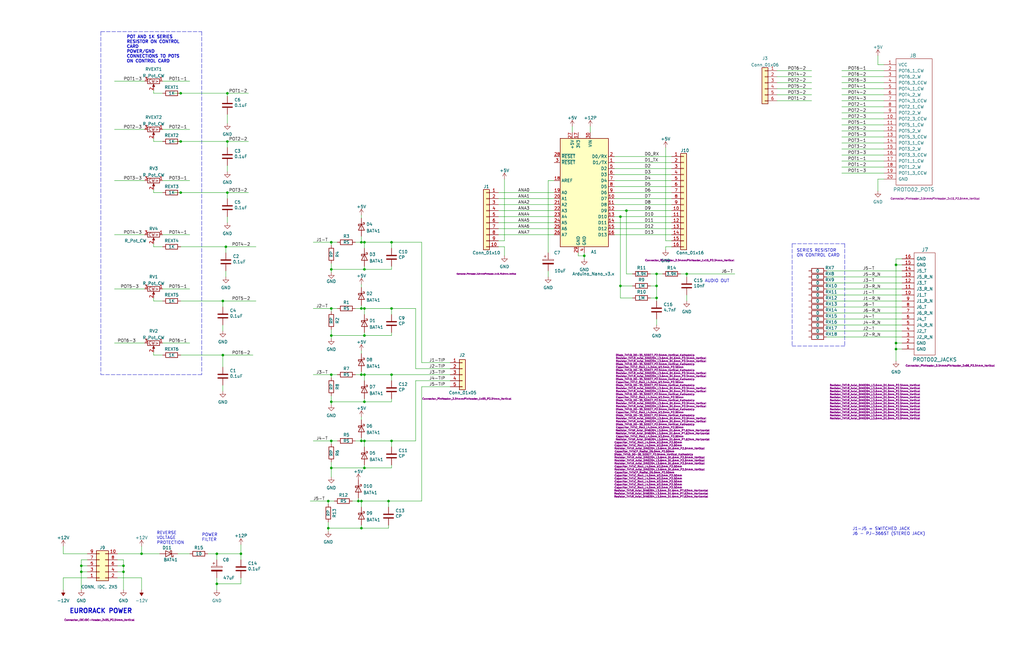
<source format=kicad_sch>
(kicad_sch (version 20211123) (generator eeschema)
  (paper "B")
  (title_block (title "6 POTS, 6 JACKS") (date "2022-11-20") (rev "2") (comment 1 "Arduino MOZZI Daughtercard for ER-PROTO-02") (comment 2 "https://note.com/solder_state/n/nffc1a33053be"))
  (junction (at 153.67 130.175))
  (junction (at 93.98 127))
  (junction (at 139.7 102.235))
  (junction (at 139.7 169.545))
  (junction (at 153.67 158.115))
  (junction (at 377.825 111.76))
  (junction (at 163.83 211.455))
  (junction (at 377.825 144.78))
  (junction (at 139.7 141.605))
  (junction (at 138.43 222.885))
  (junction (at 152.4 102.235))
  (junction (at 95.885 39.37))
  (junction (at 165.1 158.115))
  (junction (at 139.7 130.175))
  (junction (at 153.67 197.485))
  (junction (at 139.7 158.115))
  (junction (at 246.38 107.95))
  (junction (at 76.2 39.37))
  (junction (at 153.67 113.665))
  (junction (at 261.62 120.65))
  (junction (at 151.13 211.455))
  (junction (at 52.07 241.3))
  (junction (at 165.1 186.055))
  (junction (at 139.7 113.665))
  (junction (at 138.43 211.455))
  (junction (at 153.67 186.055))
  (junction (at 264.16 88.9))
  (junction (at 153.67 102.235))
  (junction (at 139.7 197.485))
  (junction (at 152.4 211.455))
  (junction (at 76.2 59.69))
  (junction (at 152.4 222.885))
  (junction (at 276.86 120.65))
  (junction (at 34.29 241.3))
  (junction (at 34.29 238.76))
  (junction (at 59.69 233.68))
  (junction (at 377.825 147.32))
  (junction (at 139.7 186.055))
  (junction (at 101.6 233.68))
  (junction (at 289.56 115.57))
  (junction (at 95.25 104.14))
  (junction (at 165.1 130.175))
  (junction (at 95.885 81.28))
  (junction (at 95.885 59.69))
  (junction (at 152.4 130.175))
  (junction (at 52.07 238.76))
  (junction (at 152.4 186.055))
  (junction (at 153.67 169.545))
  (junction (at 276.86 125.73))
  (junction (at 153.67 141.605))
  (junction (at 76.2 81.28))
  (junction (at 261.62 91.44))
  (junction (at 152.4 158.115))
  (junction (at 165.1 102.235))
  (junction (at 276.86 115.57))
  (junction (at 91.44 233.68))
  (junction (at 93.98 149.86))
  (junction (at 91.44 246.38))
  (wire (pts (xy 348.615 139.7) (xy 380.365 139.7)))
  (wire (pts (xy 354.965 50.165) (xy 372.745 50.165)))
  (wire (pts (xy 152.4 222.885) (xy 152.4 221.615)))
  (wire (pts (xy 348.615 127) (xy 380.365 127)))
  (wire (pts (xy 139.7 201.295) (xy 139.7 197.485)))
  (wire (pts (xy 348.615 121.92) (xy 380.365 121.92)))
  (wire (pts (xy 264.16 88.9) (xy 259.08 88.9)))
  (wire (pts (xy 139.7 170.815) (xy 139.7 169.545)))
  (wire (pts (xy 165.1 158.115) (xy 165.1 160.655)))
  (wire (pts (xy 289.56 124.46) (xy 289.56 127)))
  (wire (pts (xy 104.775 39.37) (xy 95.885 39.37)))
  (polyline (pts (xy 334.01 102.87) (xy 334.01 146.05)))
  (wire (pts (xy 49.53 233.68) (xy 59.69 233.68)))
  (wire (pts (xy 93.98 137.16) (xy 93.98 139.7)))
  (wire (pts (xy 139.7 113.665) (xy 139.7 111.125)))
  (wire (pts (xy 165.1 169.545) (xy 165.1 168.275)))
  (wire (pts (xy 246.38 107.95) (xy 243.84 107.95)))
  (polyline (pts (xy 85.09 158.115) (xy 42.545 158.115)))
  (wire (pts (xy 189.865 163.195) (xy 177.8 163.195)))
  (wire (pts (xy 276.86 134.62) (xy 276.86 137.16)))
  (wire (pts (xy 327.66 37.465) (xy 342.265 37.465)))
  (wire (pts (xy 327.66 40.005) (xy 342.265 40.005)))
  (wire (pts (xy 49.53 238.76) (xy 52.07 238.76)))
  (wire (pts (xy 59.69 230.505) (xy 59.69 233.68)))
  (wire (pts (xy 165.1 130.175) (xy 165.1 132.715)))
  (wire (pts (xy 48.26 54.61) (xy 60.96 54.61)))
  (wire (pts (xy 165.1 102.235) (xy 177.8 102.235)))
  (wire (pts (xy 153.67 197.485) (xy 165.1 197.485)))
  (wire (pts (xy 152.4 120.015) (xy 152.4 121.285)))
  (wire (pts (xy 153.67 186.055) (xy 165.1 186.055)))
  (wire (pts (xy 91.44 233.68) (xy 87.63 233.68)))
  (wire (pts (xy 380.365 109.22) (xy 377.825 109.22)))
  (wire (pts (xy 139.7 142.875) (xy 139.7 141.605)))
  (wire (pts (xy 175.26 160.655) (xy 175.26 186.055)))
  (wire (pts (xy 152.4 211.455) (xy 152.4 213.995)))
  (wire (pts (xy 93.98 127) (xy 93.98 129.54)))
  (wire (pts (xy 152.4 99.695) (xy 152.4 102.235)))
  (wire (pts (xy 64.77 81.28) (xy 68.58 81.28)))
  (wire (pts (xy 34.29 236.22) (xy 34.29 238.76)))
  (wire (pts (xy 354.965 40.005) (xy 372.745 40.005)))
  (wire (pts (xy 152.4 184.785) (xy 152.4 186.055)))
  (wire (pts (xy 152.4 211.455) (xy 163.83 211.455)))
  (wire (pts (xy 64.77 149.86) (xy 64.77 148.59)))
  (wire (pts (xy 165.1 113.665) (xy 165.1 112.395)))
  (wire (pts (xy 36.83 243.84) (xy 26.67 243.84)))
  (wire (pts (xy 64.77 127) (xy 68.58 127)))
  (wire (pts (xy 26.67 230.505) (xy 26.67 233.68)))
  (wire (pts (xy 95.885 59.69) (xy 104.775 59.69)))
  (wire (pts (xy 149.86 102.235) (xy 152.4 102.235)))
  (wire (pts (xy 231.14 116.84) (xy 231.14 114.3)))
  (wire (pts (xy 327.66 32.385) (xy 342.265 32.385)))
  (wire (pts (xy 68.58 121.92) (xy 80.01 121.92)))
  (wire (pts (xy 153.67 169.545) (xy 165.1 169.545)))
  (wire (pts (xy 95.25 104.14) (xy 107.95 104.14)))
  (wire (pts (xy 68.58 99.06) (xy 80.01 99.06)))
  (wire (pts (xy 153.67 158.115) (xy 153.67 160.655)))
  (wire (pts (xy 276.86 125.73) (xy 276.86 127)))
  (wire (pts (xy 132.08 158.115) (xy 139.7 158.115)))
  (wire (pts (xy 377.825 144.78) (xy 380.365 144.78)))
  (wire (pts (xy 261.62 91.44) (xy 261.62 120.65)))
  (polyline (pts (xy 85.09 13.335) (xy 85.09 158.115)))
  (wire (pts (xy 348.615 142.24) (xy 380.365 142.24)))
  (wire (pts (xy 165.1 158.115) (xy 189.865 158.115)))
  (wire (pts (xy 259.08 78.74) (xy 283.21 78.74)))
  (wire (pts (xy 76.2 149.86) (xy 93.98 149.86)))
  (wire (pts (xy 139.7 186.055) (xy 142.24 186.055)))
  (wire (pts (xy 152.4 222.885) (xy 163.83 222.885)))
  (wire (pts (xy 210.185 96.52) (xy 233.68 96.52)))
  (wire (pts (xy 34.29 241.3) (xy 34.29 248.92)))
  (wire (pts (xy 266.7 125.73) (xy 261.62 125.73)))
  (wire (pts (xy 152.4 130.175) (xy 153.67 130.175)))
  (wire (pts (xy 153.67 197.485) (xy 139.7 197.485)))
  (wire (pts (xy 139.7 158.115) (xy 139.7 159.385)))
  (wire (pts (xy 153.67 169.545) (xy 139.7 169.545)))
  (polyline (pts (xy 42.545 13.335) (xy 42.545 158.115)))
  (wire (pts (xy 149.86 186.055) (xy 152.4 186.055)))
  (wire (pts (xy 246.38 109.22) (xy 246.38 107.95)))
  (wire (pts (xy 148.59 211.455) (xy 151.13 211.455)))
  (wire (pts (xy 152.4 156.845) (xy 152.4 158.115)))
  (wire (pts (xy 233.68 76.2) (xy 231.14 76.2)))
  (wire (pts (xy 348.615 114.3) (xy 380.365 114.3)))
  (wire (pts (xy 210.185 99.06) (xy 233.68 99.06)))
  (wire (pts (xy 348.615 119.38) (xy 380.365 119.38)))
  (wire (pts (xy 274.32 125.73) (xy 276.86 125.73)))
  (wire (pts (xy 354.965 37.465) (xy 372.745 37.465)))
  (polyline (pts (xy 334.01 102.87) (xy 356.235 102.87)))
  (wire (pts (xy 93.98 149.86) (xy 93.98 154.94)))
  (wire (pts (xy 165.1 141.605) (xy 165.1 140.335)))
  (wire (pts (xy 246.38 107.95) (xy 246.38 106.68)))
  (wire (pts (xy 153.67 141.605) (xy 139.7 141.605)))
  (wire (pts (xy 101.6 233.68) (xy 101.6 236.22)))
  (wire (pts (xy 261.62 91.44) (xy 283.21 91.44)))
  (wire (pts (xy 354.965 65.405) (xy 372.745 65.405)))
  (wire (pts (xy 259.08 68.58) (xy 283.21 68.58)))
  (wire (pts (xy 261.62 120.65) (xy 266.7 120.65)))
  (wire (pts (xy 76.2 81.28) (xy 95.885 81.28)))
  (wire (pts (xy 95.885 81.28) (xy 95.885 83.82)))
  (wire (pts (xy 153.67 169.545) (xy 153.67 168.275)))
  (wire (pts (xy 165.1 102.235) (xy 165.1 104.775)))
  (wire (pts (xy 163.83 211.455) (xy 177.8 211.455)))
  (wire (pts (xy 175.26 130.175) (xy 175.26 155.575)))
  (wire (pts (xy 189.865 160.655) (xy 175.26 160.655)))
  (wire (pts (xy 377.825 147.32) (xy 380.365 147.32)))
  (wire (pts (xy 132.08 186.055) (xy 139.7 186.055)))
  (wire (pts (xy 59.69 243.84) (xy 59.69 248.92)))
  (wire (pts (xy 64.77 104.14) (xy 68.58 104.14)))
  (wire (pts (xy 266.7 115.57) (xy 264.16 115.57)))
  (wire (pts (xy 259.08 99.06) (xy 283.21 99.06)))
  (wire (pts (xy 259.08 71.12) (xy 283.21 71.12)))
  (wire (pts (xy 26.67 243.84) (xy 26.67 248.92)))
  (wire (pts (xy 95.885 69.85) (xy 95.885 72.39)))
  (wire (pts (xy 327.66 34.925) (xy 342.265 34.925)))
  (wire (pts (xy 59.69 233.68) (xy 67.31 233.68)))
  (wire (pts (xy 354.965 47.625) (xy 372.745 47.625)))
  (wire (pts (xy 377.825 111.76) (xy 377.825 144.78)))
  (wire (pts (xy 74.93 233.68) (xy 80.01 233.68)))
  (wire (pts (xy 152.4 90.805) (xy 152.4 92.075)))
  (wire (pts (xy 153.67 141.605) (xy 153.67 140.335)))
  (wire (pts (xy 377.825 109.22) (xy 377.825 111.76)))
  (wire (pts (xy 139.7 186.055) (xy 139.7 187.325)))
  (wire (pts (xy 95.25 104.14) (xy 95.25 106.68)))
  (wire (pts (xy 153.67 102.235) (xy 153.67 104.775)))
  (wire (pts (xy 165.1 130.175) (xy 175.26 130.175)))
  (wire (pts (xy 64.77 59.69) (xy 64.77 58.42)))
  (wire (pts (xy 248.92 53.34) (xy 248.92 55.88)))
  (wire (pts (xy 93.98 162.56) (xy 93.98 165.1)))
  (wire (pts (xy 354.965 57.785) (xy 372.745 57.785)))
  (wire (pts (xy 138.43 211.455) (xy 140.97 211.455)))
  (wire (pts (xy 163.83 211.455) (xy 163.83 213.995)))
  (wire (pts (xy 95.25 114.3) (xy 95.25 116.84)))
  (wire (pts (xy 138.43 211.455) (xy 138.43 212.725)))
  (wire (pts (xy 64.77 127) (xy 64.77 125.73)))
  (wire (pts (xy 177.8 163.195) (xy 177.8 211.455)))
  (wire (pts (xy 95.885 59.69) (xy 95.885 62.23)))
  (wire (pts (xy 163.83 222.885) (xy 163.83 221.615)))
  (wire (pts (xy 276.86 125.73) (xy 276.86 120.65)))
  (wire (pts (xy 139.7 114.935) (xy 139.7 113.665)))
  (wire (pts (xy 91.44 233.68) (xy 91.44 236.22)))
  (wire (pts (xy 153.67 141.605) (xy 165.1 141.605)))
  (wire (pts (xy 289.56 115.57) (xy 289.56 116.84)))
  (wire (pts (xy 64.77 59.69) (xy 68.58 59.69)))
  (wire (pts (xy 243.84 107.95) (xy 243.84 106.68)))
  (wire (pts (xy 48.26 34.29) (xy 60.96 34.29)))
  (wire (pts (xy 354.965 42.545) (xy 372.745 42.545)))
  (wire (pts (xy 327.66 29.845) (xy 342.265 29.845)))
  (wire (pts (xy 139.7 169.545) (xy 139.7 167.005)))
  (wire (pts (xy 64.77 39.37) (xy 68.58 39.37)))
  (wire (pts (xy 377.825 147.32) (xy 377.825 152.4)))
  (wire (pts (xy 259.08 73.66) (xy 283.21 73.66)))
  (wire (pts (xy 165.1 186.055) (xy 165.1 188.595)))
  (wire (pts (xy 138.43 222.885) (xy 138.43 220.345)))
  (wire (pts (xy 93.98 149.86) (xy 106.68 149.86)))
  (wire (pts (xy 48.26 144.78) (xy 60.96 144.78)))
  (wire (pts (xy 34.29 241.3) (xy 36.83 241.3)))
  (wire (pts (xy 152.4 175.895) (xy 152.4 177.165)))
  (wire (pts (xy 177.8 102.235) (xy 177.8 153.035)))
  (wire (pts (xy 377.825 144.78) (xy 377.825 147.32)))
  (wire (pts (xy 48.26 121.92) (xy 60.96 121.92)))
  (wire (pts (xy 49.53 236.22) (xy 52.07 236.22)))
  (wire (pts (xy 101.6 229.87) (xy 101.6 233.68)))
  (wire (pts (xy 354.965 55.245) (xy 372.745 55.245)))
  (wire (pts (xy 153.67 113.665) (xy 139.7 113.665)))
  (wire (pts (xy 130.81 211.455) (xy 138.43 211.455)))
  (wire (pts (xy 91.44 233.68) (xy 101.6 233.68)))
  (wire (pts (xy 283.21 101.6) (xy 280.67 101.6)))
  (wire (pts (xy 139.7 158.115) (xy 142.24 158.115)))
  (wire (pts (xy 261.62 125.73) (xy 261.62 120.65)))
  (wire (pts (xy 259.08 83.82) (xy 283.21 83.82)))
  (wire (pts (xy 73.025 59.69) (xy 76.2 59.69)))
  (wire (pts (xy 152.4 186.055) (xy 153.67 186.055)))
  (wire (pts (xy 354.965 67.945) (xy 372.745 67.945)))
  (wire (pts (xy 264.16 88.9) (xy 283.21 88.9)))
  (wire (pts (xy 153.67 130.175) (xy 165.1 130.175)))
  (wire (pts (xy 73.025 81.28) (xy 76.2 81.28)))
  (wire (pts (xy 152.4 222.885) (xy 138.43 222.885)))
  (wire (pts (xy 34.29 238.76) (xy 36.83 238.76)))
  (wire (pts (xy 210.185 93.98) (xy 233.68 93.98)))
  (wire (pts (xy 348.615 132.08) (xy 380.365 132.08)))
  (wire (pts (xy 327.66 42.545) (xy 342.265 42.545)))
  (wire (pts (xy 210.185 83.82) (xy 233.68 83.82)))
  (wire (pts (xy 95.885 39.37) (xy 95.885 40.64)))
  (wire (pts (xy 370.205 75.565) (xy 370.205 80.645)))
  (wire (pts (xy 68.58 144.78) (xy 80.01 144.78)))
  (wire (pts (xy 64.77 149.86) (xy 68.58 149.86)))
  (wire (pts (xy 276.86 120.65) (xy 276.86 115.57)))
  (wire (pts (xy 354.965 29.845) (xy 372.745 29.845)))
  (wire (pts (xy 64.77 104.14) (xy 64.77 102.87)))
  (wire (pts (xy 348.615 134.62) (xy 380.365 134.62)))
  (wire (pts (xy 139.7 102.235) (xy 139.7 103.505)))
  (wire (pts (xy 354.965 52.705) (xy 372.745 52.705)))
  (wire (pts (xy 152.4 128.905) (xy 152.4 130.175)))
  (wire (pts (xy 152.4 158.115) (xy 153.67 158.115)))
  (wire (pts (xy 153.67 158.115) (xy 165.1 158.115)))
  (wire (pts (xy 68.58 54.61) (xy 80.01 54.61)))
  (wire (pts (xy 348.615 137.16) (xy 380.365 137.16)))
  (wire (pts (xy 152.4 102.235) (xy 153.67 102.235)))
  (wire (pts (xy 153.67 130.175) (xy 153.67 132.715)))
  (wire (pts (xy 91.44 243.84) (xy 91.44 246.38)))
  (wire (pts (xy 189.865 155.575) (xy 175.26 155.575)))
  (wire (pts (xy 259.08 96.52) (xy 283.21 96.52)))
  (wire (pts (xy 241.3 53.34) (xy 241.3 55.88)))
  (wire (pts (xy 76.2 39.37) (xy 95.885 39.37)))
  (wire (pts (xy 149.86 158.115) (xy 152.4 158.115)))
  (wire (pts (xy 177.8 153.035) (xy 189.865 153.035)))
  (wire (pts (xy 212.725 75.565) (xy 212.725 101.6)))
  (wire (pts (xy 348.615 124.46) (xy 380.365 124.46)))
  (wire (pts (xy 287.02 115.57) (xy 289.56 115.57)))
  (wire (pts (xy 52.07 241.3) (xy 52.07 248.92)))
  (wire (pts (xy 68.58 76.2) (xy 80.01 76.2)))
  (wire (pts (xy 210.185 91.44) (xy 233.68 91.44)))
  (wire (pts (xy 52.07 236.22) (xy 52.07 238.76)))
  (wire (pts (xy 354.965 70.485) (xy 372.745 70.485)))
  (wire (pts (xy 153.67 113.665) (xy 153.67 112.395)))
  (wire (pts (xy 101.6 246.38) (xy 101.6 243.84)))
  (polyline (pts (xy 356.235 102.87) (xy 356.235 146.05)))
  (wire (pts (xy 354.965 32.385) (xy 372.745 32.385)))
  (wire (pts (xy 49.53 243.84) (xy 59.69 243.84)))
  (wire (pts (xy 354.965 73.025) (xy 372.745 73.025)))
  (wire (pts (xy 91.44 246.38) (xy 91.44 248.92)))
  (wire (pts (xy 95.885 81.28) (xy 104.775 81.28)))
  (wire (pts (xy 152.4 147.955) (xy 152.4 149.225)))
  (wire (pts (xy 259.08 76.2) (xy 283.21 76.2)))
  (wire (pts (xy 354.965 45.085) (xy 372.745 45.085)))
  (wire (pts (xy 132.08 130.175) (xy 139.7 130.175)))
  (wire (pts (xy 64.77 81.28) (xy 64.77 80.01)))
  (wire (pts (xy 151.13 210.185) (xy 151.13 211.455)))
  (wire (pts (xy 372.745 27.305) (xy 370.205 27.305)))
  (wire (pts (xy 210.185 104.14) (xy 212.725 104.14)))
  (wire (pts (xy 259.08 86.36) (xy 283.21 86.36)))
  (wire (pts (xy 165.1 197.485) (xy 165.1 196.215)))
  (wire (pts (xy 151.13 211.455) (xy 152.4 211.455)))
  (wire (pts (xy 153.67 197.485) (xy 153.67 196.215)))
  (wire (pts (xy 93.98 127) (xy 107.95 127)))
  (wire (pts (xy 210.185 101.6) (xy 212.725 101.6)))
  (wire (pts (xy 36.83 233.68) (xy 26.67 233.68)))
  (wire (pts (xy 259.08 81.28) (xy 283.21 81.28)))
  (wire (pts (xy 73.025 39.37) (xy 76.2 39.37)))
  (wire (pts (xy 76.2 127) (xy 93.98 127)))
  (wire (pts (xy 153.67 113.665) (xy 165.1 113.665)))
  (wire (pts (xy 280.67 62.23) (xy 280.67 101.6)))
  (wire (pts (xy 34.29 238.76) (xy 34.29 241.3)))
  (wire (pts (xy 139.7 102.235) (xy 142.24 102.235)))
  (wire (pts (xy 354.965 34.925) (xy 372.745 34.925)))
  (wire (pts (xy 91.44 246.38) (xy 101.6 246.38)))
  (wire (pts (xy 289.56 115.57) (xy 309.88 115.57)))
  (wire (pts (xy 153.67 102.235) (xy 165.1 102.235)))
  (wire (pts (xy 76.2 59.69) (xy 95.885 59.69)))
  (wire (pts (xy 49.53 241.3) (xy 52.07 241.3)))
  (wire (pts (xy 354.965 62.865) (xy 372.745 62.865)))
  (wire (pts (xy 165.1 186.055) (xy 175.26 186.055)))
  (wire (pts (xy 64.77 39.37) (xy 64.77 38.1)))
  (wire (pts (xy 95.885 48.26) (xy 95.885 52.07)))
  (polyline (pts (xy 42.545 13.335) (xy 85.09 13.335)))
  (wire (pts (xy 370.205 75.565) (xy 372.745 75.565)))
  (wire (pts (xy 274.32 120.65) (xy 276.86 120.65)))
  (wire (pts (xy 132.08 102.235) (xy 139.7 102.235)))
  (wire (pts (xy 48.26 76.2) (xy 60.96 76.2)))
  (wire (pts (xy 370.205 23.495) (xy 370.205 27.305)))
  (wire (pts (xy 48.26 99.06) (xy 60.96 99.06)))
  (wire (pts (xy 377.825 111.76) (xy 380.365 111.76)))
  (wire (pts (xy 139.7 130.175) (xy 142.24 130.175)))
  (wire (pts (xy 139.7 130.175) (xy 139.7 131.445)))
  (wire (pts (xy 149.86 130.175) (xy 152.4 130.175)))
  (wire (pts (xy 348.615 129.54) (xy 380.365 129.54)))
  (wire (pts (xy 210.185 81.28) (xy 233.68 81.28)))
  (wire (pts (xy 280.67 104.14) (xy 280.67 105.41)))
  (wire (pts (xy 139.7 197.485) (xy 139.7 194.945)))
  (wire (pts (xy 264.16 115.57) (xy 264.16 88.9)))
  (wire (pts (xy 283.21 104.14) (xy 280.67 104.14)))
  (wire (pts (xy 36.83 236.22) (xy 34.29 236.22)))
  (wire (pts (xy 354.965 60.325) (xy 372.745 60.325)))
  (wire (pts (xy 231.14 76.2) (xy 231.14 106.68)))
  (wire (pts (xy 138.43 224.155) (xy 138.43 222.885)))
  (wire (pts (xy 348.615 116.84) (xy 380.365 116.84)))
  (wire (pts (xy 76.2 104.14) (xy 95.25 104.14)))
  (wire (pts (xy 259.08 66.04) (xy 283.21 66.04)))
  (wire (pts (xy 52.07 238.76) (xy 52.07 241.3)))
  (wire (pts (xy 210.185 88.9) (xy 233.68 88.9)))
  (polyline (pts (xy 356.235 146.05) (xy 334.01 146.05)))
  (wire (pts (xy 139.7 141.605) (xy 139.7 139.065)))
  (wire (pts (xy 153.67 186.055) (xy 153.67 188.595)))
  (wire (pts (xy 68.58 34.29) (xy 80.01 34.29)))
  (wire (pts (xy 212.725 104.14) (xy 212.725 107.95)))
  (wire (pts (xy 210.185 86.36) (xy 233.68 86.36)))
  (wire (pts (xy 95.885 91.44) (xy 95.885 93.98)))
  (wire (pts (xy 259.08 91.44) (xy 261.62 91.44)))
  (wire (pts (xy 259.08 93.98) (xy 283.21 93.98)))
  (wire (pts (xy 276.86 115.57) (xy 279.4 115.57)))
  (wire (pts (xy 276.86 115.57) (xy 274.32 115.57)))
  (text "EURORACK POWER" (at 29.21 259.08 0) (effects (font (size 1.905 1.905) (thickness 0.381) bold) (justify left bottom)))
  (text "J1-J5 = SWITCHED JACK\nJ6 - PJ-366ST (STEREO JACK)" (at 359.41 226.06 0) (effects (font (size 1.27 1.27)) (justify left bottom)))
  (text "AUDIO OUT" (at 297.18 119.38 0) (effects (font (size 1.27 1.27)) (justify left bottom)))
  (text "POWER\nFILTER" (at 85.09 228.6 0) (effects (font (size 1.27 1.27)) (justify left bottom)))
  (text "POT AND 1K SERIES\nRESISTOR ON CONTROL\nCARD\nPOWER/GND\nCONNECTIONS TO POTS\nON CONTROL CARD" (at 53.34 26.67 0) (effects (font (size 1.27 1.27) (thickness 0.254) bold) (justify left bottom)))
  (text "SERIES RESISTOR\nON CONTROL CARD" (at 335.915 108.585 0) (effects (font (size 1.27 1.27)) (justify left bottom)))
  (text "REVERSE\nVOLTAGE\nPROTECTION" (at 66.04 229.87 0) (effects (font (size 1.27 1.27)) (justify left bottom)))
  (label "J3-R_N" (at 363.855 121.92 0))
  (label "POT3-1" (at 71.12 76.2 0))
  (label "J3-TIP" (at 180.975 158.115 0))
  (label "ANA4" (at 218.44 91.44 0))
  (label "J6-T" (at 363.855 129.54 0))
  (label "POT2-3" (at 52.07 54.61 0))
  (label "J3-T" (at 363.855 119.38 0))
  (label "POT4-2" (at 357.505 40.005 0))
  (label "D8" (at 271.78 86.36 0))
  (label "POT2-2" (at 357.505 47.625 0))
  (label "POT4-2" (at 332.105 32.385 0))
  (label "POT2-2" (at 96.52 59.69 0))
  (label "D3" (at 271.78 73.66 0))
  (label "POT3-2" (at 96.52 81.28 0))
  (label "POT1-2" (at 96.52 39.37 0))
  (label "POT6-2" (at 332.105 29.845 0))
  (label "POT5-2" (at 332.105 37.465 0))
  (label "POT3-3" (at 357.505 65.405 0))
  (label "J1-T" (at 363.855 124.46 0))
  (label "J5-TIP" (at 180.975 163.195 0))
  (label "POT5-3" (at 50.8 121.92 0))
  (label "J2-T" (at 363.855 139.7 0))
  (label "POT3-3" (at 52.07 76.2 0))
  (label "POT4-3" (at 357.505 42.545 0))
  (label "J1-R_N" (at 363.855 127 0))
  (label "POT6-2" (at 357.505 32.385 0))
  (label "J4-T" (at 363.855 134.62 0))
  (label "POT2-1" (at 71.12 54.61 0))
  (label "D10" (at 271.78 91.44 0))
  (label "J2-T" (at 133.35 130.175 0))
  (label "POT5-1" (at 357.505 52.705 0))
  (label "ANA5" (at 218.44 93.98 0))
  (label "D0_RX" (at 271.78 66.04 0))
  (label "POT6-3" (at 49.53 144.78 0))
  (label "D13" (at 271.78 99.06 0))
  (label "POT4-1" (at 357.505 37.465 0))
  (label "POT3-2" (at 332.105 40.005 0))
  (label "J6-T" (at 304.165 115.57 0))
  (label "POT1-1" (at 357.505 67.945 0))
  (label "POT3-2" (at 357.505 62.865 0))
  (label "J4-TIP" (at 180.975 160.655 0))
  (label "POT6-1" (at 357.505 29.845 0))
  (label "D4" (at 271.78 76.2 0))
  (label "POT1-2" (at 332.105 42.545 0))
  (label "J4-T" (at 133.35 186.055 0))
  (label "D6" (at 271.78 81.28 0))
  (label "J5-T" (at 132.08 211.455 0))
  (label "POT5-3" (at 357.505 57.785 0))
  (label "ANA3" (at 218.44 88.9 0))
  (label "J5-T" (at 363.855 114.3 0))
  (label "POT2-1" (at 357.505 45.085 0))
  (label "POT4-3" (at 52.07 99.06 0))
  (label "D11" (at 271.78 93.98 0))
  (label "POT5-2" (at 357.505 55.245 0))
  (label "POT6-2" (at 97.79 149.86 0))
  (label "POT6-3" (at 357.505 34.925 0))
  (label "J5-R_N" (at 363.855 116.84 0))
  (label "POT3-1" (at 357.505 60.325 0))
  (label "D7" (at 271.78 83.82 0))
  (label "POT2-3" (at 357.505 50.165 0))
  (label "D2" (at 271.78 71.12 0))
  (label "D1_TX" (at 271.78 68.58 0))
  (label "ANA0" (at 218.44 81.28 0))
  (label "ANA6" (at 218.44 96.52 0))
  (label "D5" (at 271.78 78.74 0))
  (label "POT1-1" (at 71.12 34.29 0))
  (label "POT1-3" (at 52.07 34.29 0))
  (label "POT1-2" (at 357.505 70.485 0))
  (label "J2-R_N" (at 363.855 142.24 0))
  (label "ANA1" (at 218.44 83.82 0))
  (label "J1-T" (at 133.35 102.235 0))
  (label "D9" (at 271.78 88.9 0))
  (label "J4-R_N" (at 363.855 137.16 0))
  (label "POT4-2" (at 97.79 104.14 0))
  (label "POT5-1" (at 71.12 121.92 0))
  (label "POT5-2" (at 97.79 127 0))
  (label "ANA7" (at 218.44 99.06 0))
  (label "ANA2" (at 218.44 86.36 0))
  (label "POT1-3" (at 357.505 73.025 0))
  (label "POT4-1" (at 71.12 99.06 0))
  (label "J2-TIP" (at 180.975 155.575 0))
  (label "J1-TIP" (at 180.975 153.035 0))
  (label "J3-T" (at 133.35 158.115 0))
  (label "J6-R_N" (at 363.855 132.08 0))
  (label "D12" (at 271.78 96.52 0))
  (label "POT2-2" (at 332.105 34.925 0))
  (label "POT6-1" (at 71.12 144.78 0))
  (symbol (lib_id "Device:C") (at 95.885 66.04 0) (unit 1)
    (property "Reference" "C3" (at 98.806 63.7286 0) (effects (justify left)))
    (property "Value" "0.1uF" (at 98.806 66.04 0) (effects (justify left)))
    (property "Footprint" "Capacitor_THT:C_Rect_L4.0mm_W2.5mm_P2.50mm" (at 259.08 203.2 0) (effects (font (size 0.762 0.762)) (justify left)))
  )
  (symbol (lib_id "Device:C") (at 165.1 136.525 0) (unit 1)
    (property "Reference" "C9" (at 168.021 134.2136 0) (effects (justify left)))
    (property "Value" "CP" (at 168.021 136.525 0) (effects (justify left)))
    (property "Footprint" "Capacitor_THT:C_Rect_L4.0mm_W2.5mm_P2.50mm" (at 259.715 161.29 0) (effects (font (size 0.762 0.762)) (justify left)))
  )
  (symbol (lib_id "Device:R") (at 139.7 191.135 0) (unit 1)
    (property "Reference" "R6" (at 142.24 191.135 90))
    (property "Value" "RP" (at 139.7 191.135 90))
    (property "Footprint" "Resistor_THT:R_Axial_DIN0204_L3.6mm_D1.6mm_P2.54mm_Vertical" (at 278.765 170.18 0) (effects (font (size 0.762 0.762))))
    (property "Datasheet" "https://www.mouser.com/ProductDetail/Xicon/299-2.2K-RC?qs=QaPBMFBEHz3RDbXknTj%252ByA%3D%3D" (effects hide))
  )
  (symbol (lib_id "Device:C") (at 93.98 133.35 0) (unit 1)
    (property "Reference" "C4" (at 96.901 131.0386 0) (effects (justify left)))
    (property "Value" "0.1uF" (at 96.901 133.35 0) (effects (justify left)))
    (property "Footprint" "Capacitor_THT:C_Rect_L4.0mm_W2.5mm_P2.50mm" (at 259.715 184.15 0) (effects (font (size 0.762 0.762)) (justify left)))
  )
  (symbol (lib_id "power:GND") (at 52.07 248.92 0) (unit 1)
    (property "Reference" "#PWR0106" (effects hide))
    (property "Value" "GND" (at 52.07 253.4825 0))
  )
  (symbol (lib_id "Device:R") (at 344.805 137.16 90) (unit 1) (in_bom no) (on_board no)
    (property "Reference" "RX16" (at 350.52 135.89 90))
    (property "Value" "0" (at 344.805 137.16 90))
    (property "Footprint" "Resistor_THT:R_Axial_DIN0204_L3.6mm_D1.6mm_P2.54mm_Vertical" (at 368.935 173.99 90) (effects (font (size 0.762 0.762))))
    (property "Datasheet" "https://www.mouser.com/ProductDetail/Xicon/299-2.2K-RC?qs=QaPBMFBEHz3RDbXknTj%252ByA%3D%3D" (effects hide))
  )
  (symbol (lib_id "Device:R") (at 146.05 186.055 90) (unit 1)
    (property "Reference" "R5" (at 146.05 183.515 90))
    (property "Value" "RS" (at 146.05 186.055 90))
    (property "Footprint" "Resistor_THT:R_Axial_DIN0204_L3.6mm_D1.6mm_P2.54mm_Vertical" (at 278.765 171.45 90) (effects (font (size 0.762 0.762))))
    (property "Datasheet" "https://www.mouser.com/ProductDetail/Xicon/299-2.2K-RC?qs=QaPBMFBEHz3RDbXknTj%252ByA%3D%3D" (effects hide))
  )
  (symbol (lib_id "power:GND") (at 377.825 152.4 0) (unit 1)
    (property "Reference" "#PWR0102" (effects hide))
    (property "Value" "GND" (at 377.825 156.9625 0))
  )
  (symbol (lib_id "power:+5V") (at 152.4 175.895 0) (unit 1)
    (property "Reference" "#PWR0120" (effects hide))
    (property "Value" "+5V" (at 152.4 172.2905 0))
  )
  (symbol (lib_id "power:GND") (at 138.43 224.155 0) (unit 1)
    (property "Reference" "#PWR0114" (effects hide))
    (property "Value" "GND" (at 138.43 228.7175 0))
  )
  (symbol (lib_id "Device:C_Polarized") (at 231.14 110.49 0) (unit 1)
    (property "Reference" "C7" (at 234.95 106.68 0))
    (property "Value" "10uF" (at 236.22 114.3 0))
    (property "Footprint" "Capacitor_THT:CP_Radial_D5.0mm_P2.50mm" (at 271.78 199.39 0) (effects (font (size 0.762 0.762))))
  )
  (symbol (lib_id "power:+5V") (at 370.205 23.495 0) (unit 1)
    (property "Reference" "#PWR0137" (effects hide))
    (property "Value" "+5V" (at 370.205 19.8905 0))
  )
  (symbol (lib_id "power:GND") (at 246.38 109.22 0) (unit 1)
    (property "Reference" "#PWR0111" (effects hide))
    (property "Value" "GND" (at 246.38 113.7825 0))
  )
  (symbol (lib_id "Device:R") (at 283.21 115.57 90) (unit 1)
    (property "Reference" "R14" (at 283.21 113.03 90))
    (property "Value" "3.9K" (at 283.21 115.57 90))
    (property "Footprint" "Resistor_THT:R_Axial_DIN0204_L3.6mm_D1.6mm_P2.54mm_Vertical" (at 278.13 198.12 90) (effects (font (size 0.762 0.762))))
    (property "Datasheet" "https://www.mouser.com/ProductDetail/Xicon/299-2.2K-RC?qs=QaPBMFBEHz3RDbXknTj%252ByA%3D%3D" (effects hide))
  )
  (symbol (lib_id "Connector_Generic:Conn_02x05_Odd_Even") (at 41.91 238.76 0) (mirror x) (unit 1)
    (property "Reference" "J9" (at 43.18 231.14 0))
    (property "Value" "CONN, IDC, 2X5" (at 41.91 247.65 0))
    (property "Footprint" "Connector_IDC:IDC-Header_2x05_P2.54mm_Vertical" (at 41.91 261.62 0) (effects (font (size 0.762 0.762))))
  )
  (symbol (lib_id "Device:R") (at 344.805 124.46 90) (unit 1) (in_bom no) (on_board no)
    (property "Reference" "RX11" (at 350.52 123.19 90))
    (property "Value" "0" (at 344.805 124.46 90))
    (property "Footprint" "Resistor_THT:R_Axial_DIN0204_L3.6mm_D1.6mm_P2.54mm_Vertical" (at 368.935 167.64 90) (effects (font (size 0.762 0.762))))
    (property "Datasheet" "https://www.mouser.com/ProductDetail/Xicon/299-2.2K-RC?qs=QaPBMFBEHz3RDbXknTj%252ByA%3D%3D" (effects hide))
  )
  (symbol (lib_id "Device:D_Schottky") (at 153.67 136.525 270) (unit 1)
    (property "Reference" "D1" (at 155.702 135.299 90) (effects (justify left)))
    (property "Value" "BAT41" (at 155.702 138.0741 90) (effects (justify left)))
    (property "Footprint" "Diode_THT:D_DO-35_SOD27_P2.54mm_Vertical_KathodeUp" (at 276.225 160.02 90) (effects (font (size 0.762 0.762))))
  )
  (symbol (lib_id "Device:D_Schottky") (at 152.4 125.095 270) (unit 1)
    (property "Reference" "D2" (at 154.432 123.869 90) (effects (justify left)))
    (property "Value" "BAT41" (at 154.432 126.6441 90) (effects (justify left)))
    (property "Footprint" "Diode_THT:D_DO-35_SOD27_P2.54mm_Vertical_KathodeUp" (at 276.225 156.21 90) (effects (font (size 0.762 0.762))))
  )
  (symbol (lib_id "power:+5V") (at 212.725 75.565 0) (unit 1)
    (property "Reference" "#PWR01" (effects hide))
    (property "Value" "+5V" (at 212.725 71.9605 0))
  )
  (symbol (lib_id "Device:C") (at 165.1 192.405 0) (unit 1)
    (property "Reference" "C11" (at 168.021 190.0936 0) (effects (justify left)))
    (property "Value" "CP" (at 168.021 192.405 0) (effects (justify left)))
    (property "Footprint" "Capacitor_THT:C_Rect_L4.0mm_W2.5mm_P2.50mm" (at 259.715 173.99 0) (effects (font (size 0.762 0.762)) (justify left)))
  )
  (symbol (lib_id "power:GND") (at 95.885 93.98 0) (unit 1)
    (property "Reference" "#PWR0124" (effects hide))
    (property "Value" "GND" (at 95.885 98.5425 0))
  )
  (symbol (lib_id "Device:C") (at 95.885 87.63 0) (unit 1)
    (property "Reference" "C5" (at 98.806 85.3186 0) (effects (justify left)))
    (property "Value" "0.1uF" (at 98.806 87.63 0) (effects (justify left)))
    (property "Footprint" "Capacitor_THT:C_Rect_L4.0mm_W2.5mm_P2.50mm" (at 259.08 204.47 0) (effects (font (size 0.762 0.762)) (justify left)))
  )
  (symbol (lib_id "power:+12P") (at 101.6 229.87 0) (unit 1)
    (property "Reference" "#PWR0108" (effects hide))
    (property "Value" "+12P" (at 101.6 226.06 0))
  )
  (symbol (lib_id "power:GND") (at 139.7 114.935 0) (unit 1)
    (property "Reference" "#PWR0115" (effects hide))
    (property "Value" "GND" (at 139.7 118.745 0))
  )
  (symbol (lib_id "Device:C") (at 95.885 44.45 0) (unit 1)
    (property "Reference" "C6" (at 98.806 42.1386 0) (effects (justify left)))
    (property "Value" "0.1uF" (at 98.806 44.45 0) (effects (justify left)))
    (property "Footprint" "Capacitor_THT:C_Rect_L4.0mm_W2.5mm_P2.50mm" (at 259.08 196.85 0) (effects (font (size 0.762 0.762)) (justify left)))
  )
  (symbol (lib_id "Device:C") (at 163.83 217.805 0) (unit 1)
    (property "Reference" "C13" (at 166.751 215.4936 0) (effects (justify left)))
    (property "Value" "CP" (at 166.751 217.805 0) (effects (justify left)))
    (property "Footprint" "Capacitor_THT:C_Rect_L4.0mm_W2.5mm_P2.50mm" (at 259.08 205.74 0) (effects (font (size 0.762 0.762)) (justify left)))
  )
  (symbol (lib_id "Device:C_Polarized") (at 91.44 240.03 0) (unit 1)
    (property "Reference" "C8" (at 95.25 236.22 0))
    (property "Value" "47uF" (at 96.52 243.84 0))
    (property "Footprint" "Capacitor_THT:CP_Radial_D5.0mm_P2.50mm" (at 271.78 190.5 0) (effects (font (size 0.762 0.762))))
  )
  (symbol (lib_id "power:GND") (at 276.86 137.16 0) (unit 1)
    (property "Reference" "#PWR0109" (effects hide))
    (property "Value" "GND" (at 276.86 141.7225 0))
  )
  (symbol (lib_id "power:GND") (at 93.98 139.7 0) (unit 1)
    (property "Reference" "#PWR0133" (effects hide))
    (property "Value" "GND" (at 93.98 144.2625 0))
  )
  (symbol (lib_id "Device:R") (at 344.805 132.08 90) (unit 1) (in_bom no) (on_board no)
    (property "Reference" "RX14" (at 350.52 130.81 90))
    (property "Value" "0" (at 344.805 132.08 90))
    (property "Footprint" "Resistor_THT:R_Axial_DIN0204_L3.6mm_D1.6mm_P2.54mm_Vertical" (at 368.935 171.45 90) (effects (font (size 0.762 0.762))))
    (property "Datasheet" "https://www.mouser.com/ProductDetail/Xicon/299-2.2K-RC?qs=QaPBMFBEHz3RDbXknTj%252ByA%3D%3D" (effects hide))
  )
  (symbol (lib_id "Device:D_Schottky") (at 71.12 233.68 180) (unit 1)
    (property "Reference" "D11" (at 72.39 231.14 0) (effects (justify left)))
    (property "Value" "BAT41" (at 74.93 236.22 0) (effects (justify left)))
    (property "Footprint" "Diode_THT:D_DO-35_SOD27_P2.54mm_Vertical_KathodeUp" (at 275.59 191.77 0) (effects (font (size 0.762 0.762))))
  )
  (symbol (lib_id "Device:R") (at 344.805 142.24 90) (unit 1) (in_bom no) (on_board no)
    (property "Reference" "RX18" (at 350.52 140.97 90))
    (property "Value" "0" (at 344.805 142.24 90))
    (property "Footprint" "Resistor_THT:R_Axial_DIN0204_L3.6mm_D1.6mm_P2.54mm_Vertical" (at 368.935 176.53 90) (effects (font (size 0.762 0.762))))
    (property "Datasheet" "https://www.mouser.com/ProductDetail/Xicon/299-2.2K-RC?qs=QaPBMFBEHz3RDbXknTj%252ByA%3D%3D" (effects hide))
  )
  (symbol (lib_id "Connector_Generic:Conn_01x06") (at 322.58 34.925 0) (mirror y) (unit 1)
    (property "Reference" "J3" (at 322.58 24.6085 0))
    (property "Value" "Conn_01x06" (at 322.58 27.3836 0))
    (property "Footprint" "Connector_PinHeader_2.54mm:PinHeader_1x06_P2.54mm_Vertical" (effects hide))
  )
  (symbol (lib_id "power:+5V") (at 280.67 62.23 0) (unit 1)
    (property "Reference" "#PWR0130" (effects hide))
    (property "Value" "+5V" (at 280.67 58.6255 0))
  )
  (symbol (lib_id "MCU_Module:Arduino_Nano_v3.x") (at 246.38 81.28 0) (mirror y) (unit 1)
    (property "Reference" "A1" (at 249.1487 106.2895 0) (effects (justify right)))
    (property "Value" "Arduino_Nano_v3.x" (at 241.3 115.57 0) (effects (justify right)))
    (property "Footprint" "Module:Arduino_Nano" (effects hide))
    (property "Datasheet" "http://www.mouser.com/pdfdocs/Gravitech_Arduino_Nano3_0.pdf" (effects hide))
  )
  (symbol (lib_id "LandBoards_Conns:PROTO02_JACKS") (at 389.255 128.27 0) (mirror y) (unit 1)
    (property "Reference" "J7" (at 388.62 105.41 0) (effects (font (size 1.524 1.524)) (justify right)))
    (property "Value" "PROTO02_JACKS" (at 384.81 151.765 0) (effects (font (size 1.524 1.524)) (justify right)))
    (property "Footprint" "Connector_PinHeader_2.54mm:PinHeader_2x08_P2.54mm_Vertical" (at 400.685 154.305 0) (effects (font (size 0.762 0.762))))
  )
  (symbol (lib_id "power:-12V") (at 59.69 248.92 180) (unit 1)
    (property "Reference" "#PWR0168" (effects hide))
    (property "Value" "-12V" (at 59.69 253.4825 0))
  )
  (symbol (lib_id "Device:R") (at 344.805 134.62 90) (unit 1) (in_bom no) (on_board no)
    (property "Reference" "RX15" (at 350.52 133.35 90))
    (property "Value" "0" (at 344.805 134.62 90))
    (property "Footprint" "Resistor_THT:R_Axial_DIN0204_L3.6mm_D1.6mm_P2.54mm_Vertical" (at 368.935 172.72 90) (effects (font (size 0.762 0.762))))
    (property "Datasheet" "https://www.mouser.com/ProductDetail/Xicon/299-2.2K-RC?qs=QaPBMFBEHz3RDbXknTj%252ByA%3D%3D" (effects hide))
  )
  (symbol (lib_id "power:+5V") (at 241.3 53.34 0) (unit 1)
    (property "Reference" "#PWR0113" (effects hide))
    (property "Value" "+5V" (at 241.3 49.7355 0))
  )
  (symbol (lib_id "Device:C") (at 95.25 110.49 0) (unit 1)
    (property "Reference" "C2" (at 98.171 108.1786 0) (effects (justify left)))
    (property "Value" "0.1uF" (at 98.171 110.49 0) (effects (justify left)))
    (property "Footprint" "Capacitor_THT:C_Rect_L4.0mm_W2.5mm_P2.50mm" (at 259.715 180.34 0) (effects (font (size 0.762 0.762)) (justify left)))
  )
  (symbol (lib_id "Device:R") (at 344.805 139.7 90) (unit 1) (in_bom no) (on_board no)
    (property "Reference" "RX17" (at 350.52 138.43 90))
    (property "Value" "0" (at 344.805 139.7 90))
    (property "Footprint" "Resistor_THT:R_Axial_DIN0204_L3.6mm_D1.6mm_P2.54mm_Vertical" (at 368.935 175.26 90) (effects (font (size 0.762 0.762))))
    (property "Datasheet" "https://www.mouser.com/ProductDetail/Xicon/299-2.2K-RC?qs=QaPBMFBEHz3RDbXknTj%252ByA%3D%3D" (effects hide))
  )
  (symbol (lib_id "Device:R") (at 139.7 163.195 0) (unit 1)
    (property "Reference" "R8" (at 142.24 163.195 90))
    (property "Value" "RP" (at 139.7 163.195 90))
    (property "Footprint" "Resistor_THT:R_Axial_DIN0204_L3.6mm_D1.6mm_P2.54mm_Vertical" (at 278.765 163.83 0) (effects (font (size 0.762 0.762))))
    (property "Datasheet" "https://www.mouser.com/ProductDetail/Xicon/299-2.2K-RC?qs=QaPBMFBEHz3RDbXknTj%252ByA%3D%3D" (effects hide))
  )
  (symbol (lib_id "Device:D_Schottky") (at 153.67 108.585 270) (unit 1)
    (property "Reference" "D3" (at 155.702 107.359 90) (effects (justify left)))
    (property "Value" "BAT41" (at 155.702 110.1341 90) (effects (justify left)))
    (property "Footprint" "Diode_THT:D_DO-35_SOD27_P2.54mm_Vertical_KathodeUp" (at 276.225 153.67 90) (effects (font (size 0.762 0.762))))
  )
  (symbol (lib_id "Device:R") (at 138.43 216.535 0) (unit 1)
    (property "Reference" "R13" (at 140.97 216.535 90))
    (property "Value" "RP" (at 138.43 216.535 90))
    (property "Footprint" "Resistor_THT:R_Axial_DIN0204_L3.6mm_D1.6mm_P2.54mm_Vertical" (at 278.765 176.53 0) (effects (font (size 0.762 0.762))))
    (property "Datasheet" "https://www.mouser.com/ProductDetail/Xicon/299-2.2K-RC?qs=QaPBMFBEHz3RDbXknTj%252ByA%3D%3D" (effects hide))
  )
  (symbol (lib_id "Device:R") (at 146.05 130.175 90) (unit 1)
    (property "Reference" "R1" (at 146.05 127.635 90))
    (property "Value" "RS" (at 146.05 130.175 90))
    (property "Footprint" "Resistor_THT:R_Axial_DIN0204_L3.6mm_D1.6mm_P2.54mm_Vertical" (at 278.765 158.75 90) (effects (font (size 0.762 0.762))))
    (property "Datasheet" "https://www.mouser.com/ProductDetail/Xicon/299-2.2K-RC?qs=QaPBMFBEHz3RDbXknTj%252ByA%3D%3D" (effects hide))
  )
  (symbol (lib_id "power:+12V") (at 59.69 230.505 0) (unit 1)
    (property "Reference" "#PWR0105" (effects hide))
    (property "Value" "+12V" (at 59.69 226.9005 0))
  )
  (symbol (lib_id "Connector_Generic:Conn_01x05") (at 194.945 158.115 0) (unit 1)
    (property "Reference" "J2" (at 193.675 149.86 0) (effects (justify left)))
    (property "Value" "Conn_01x05" (at 189.23 165.735 0) (effects (justify left)))
    (property "Footprint" "Connector_PinHeader_2.54mm:PinHeader_1x05_P2.54mm_Vertical" (at 196.85 168.275 0) (effects (font (size 0.762 0.762))))
  )
  (symbol (lib_id "Device:D_Schottky") (at 152.4 95.885 270) (unit 1)
    (property "Reference" "D4" (at 154.432 94.659 90) (effects (justify left)))
    (property "Value" "BAT41" (at 154.432 97.4341 90) (effects (justify left)))
    (property "Footprint" "Diode_THT:D_DO-35_SOD27_P2.54mm_Vertical_KathodeUp" (at 276.225 149.86 90) (effects (font (size 0.762 0.762))))
  )
  (symbol (lib_id "power:GND") (at 280.67 105.41 0) (unit 1)
    (property "Reference" "#PWR0129" (effects hide))
    (property "Value" "GND" (at 280.67 109.9725 0))
  )
  (symbol (lib_id "power:GND") (at 93.98 165.1 0) (unit 1)
    (property "Reference" "#PWR0132" (effects hide))
    (property "Value" "GND" (at 93.98 169.6625 0))
  )
  (symbol (lib_id "LandBoards_Conns:R_Pot_CW") (at 64.77 34.29 270) (unit 1) (in_bom no) (on_board no)
    (property "Reference" "RVEXT1" (at 64.77 29.1899 90))
    (property "Value" "R_Pot_CW" (at 64.77 31.965 90))
  )
  (symbol (lib_id "Device:R") (at 344.805 129.54 90) (unit 1) (in_bom no) (on_board no)
    (property "Reference" "RX13" (at 350.52 128.27 90))
    (property "Value" "0" (at 344.805 129.54 90))
    (property "Footprint" "Resistor_THT:R_Axial_DIN0204_L3.6mm_D1.6mm_P2.54mm_Vertical" (at 368.935 170.18 90) (effects (font (size 0.762 0.762))))
    (property "Datasheet" "https://www.mouser.com/ProductDetail/Xicon/299-2.2K-RC?qs=QaPBMFBEHz3RDbXknTj%252ByA%3D%3D" (effects hide))
  )
  (symbol (lib_id "Device:R") (at 344.805 119.38 90) (unit 1) (in_bom no) (on_board no)
    (property "Reference" "RX9" (at 349.885 118.11 90))
    (property "Value" "0" (at 344.805 119.38 90))
    (property "Footprint" "Resistor_THT:R_Axial_DIN0204_L3.6mm_D1.6mm_P2.54mm_Vertical" (at 368.935 165.1 90) (effects (font (size 0.762 0.762))))
    (property "Datasheet" "https://www.mouser.com/ProductDetail/Xicon/299-2.2K-RC?qs=QaPBMFBEHz3RDbXknTj%252ByA%3D%3D" (effects hide))
  )
  (symbol (lib_name "R_Pot_CW_4") (lib_id "LandBoards_Conns:R_Pot_CW") (at 64.77 121.92 270) (unit 1) (in_bom no) (on_board no)
    (property "Reference" "RV1" (at 64.77 116.8199 90))
    (property "Value" "R_Pot_CW" (at 64.77 119.595 90))
  )
  (symbol (lib_id "power:-12V") (at 26.67 248.92 180) (unit 1)
    (property "Reference" "#PWR0167" (effects hide))
    (property "Value" "-12V" (at 26.67 253.4825 0))
  )
  (symbol (lib_id "power:GND") (at 289.56 127 0) (unit 1)
    (property "Reference" "#PWR0131" (effects hide))
    (property "Value" "GND" (at 289.56 131.5625 0))
  )
  (symbol (lib_id "Device:C") (at 289.56 120.65 0) (unit 1)
    (property "Reference" "C15" (at 292.481 118.3386 0) (effects (justify left)))
    (property "Value" "10nF" (at 292.481 120.65 0) (effects (justify left)))
    (property "Footprint" "Capacitor_THT:C_Rect_L4.0mm_W2.5mm_P2.50mm" (at 259.08 201.93 0) (effects (font (size 0.762 0.762)) (justify left)))
  )
  (symbol (lib_id "Device:R") (at 144.78 211.455 90) (unit 1)
    (property "Reference" "R12" (at 144.78 208.915 90))
    (property "Value" "RS" (at 144.78 211.455 90))
    (property "Footprint" "Resistor_THT:R_Axial_DIN0204_L3.6mm_D1.6mm_P2.54mm_Vertical" (at 278.765 177.8 90) (effects (font (size 0.762 0.762))))
    (property "Datasheet" "https://www.mouser.com/ProductDetail/Xicon/299-2.2K-RC?qs=QaPBMFBEHz3RDbXknTj%252ByA%3D%3D" (effects hide))
  )
  (symbol (lib_name "R_Pot_CW_3") (lib_id "LandBoards_Conns:R_Pot_CW") (at 64.77 144.78 270) (unit 1) (in_bom no) (on_board no)
    (property "Reference" "RV2" (at 64.77 139.6799 90))
    (property "Value" "R_Pot_CW" (at 64.77 142.455 90))
  )
  (symbol (lib_id "Device:C") (at 165.1 164.465 0) (unit 1)
    (property "Reference" "C12" (at 168.021 162.1536 0) (effects (justify left)))
    (property "Value" "CP" (at 168.021 164.465 0) (effects (justify left)))
    (property "Footprint" "Capacitor_THT:C_Rect_L4.0mm_W2.5mm_P2.50mm" (at 259.715 167.64 0) (effects (font (size 0.762 0.762)) (justify left)))
  )
  (symbol (lib_id "power:GND") (at 231.14 116.84 0) (unit 1)
    (property "Reference" "#PWR0110" (effects hide))
    (property "Value" "GND" (at 231.14 121.4025 0))
  )
  (symbol (lib_id "Device:D_Schottky") (at 152.4 153.035 270) (unit 1)
    (property "Reference" "D8" (at 154.432 151.809 90) (effects (justify left)))
    (property "Value" "BAT41" (at 154.432 154.5841 90) (effects (justify left)))
    (property "Footprint" "Diode_THT:D_DO-35_SOD27_P2.54mm_Vertical_KathodeUp" (at 276.225 162.56 90) (effects (font (size 0.762 0.762))))
  )
  (symbol (lib_name "R_Pot_CW_1") (lib_id "LandBoards_Conns:R_Pot_CW") (at 64.77 76.2 270) (unit 1) (in_bom no) (on_board no)
    (property "Reference" "RV3" (at 64.77 71.0999 90))
    (property "Value" "R_Pot_CW" (at 64.77 73.875 90))
  )
  (symbol (lib_id "power:GND") (at 139.7 142.875 0) (unit 1)
    (property "Reference" "#PWR0123" (effects hide))
    (property "Value" "GND" (at 139.7 147.4375 0))
  )
  (symbol (lib_id "Device:R") (at 139.7 107.315 0) (unit 1)
    (property "Reference" "R4" (at 142.24 107.315 90))
    (property "Value" "RP" (at 139.7 107.315 90))
    (property "Footprint" "Resistor_THT:R_Axial_DIN0204_L3.6mm_D1.6mm_P2.54mm_Vertical" (at 278.765 151.13 0) (effects (font (size 0.762 0.762))))
    (property "Datasheet" "https://www.mouser.com/ProductDetail/Xicon/299-2.2K-RC?qs=QaPBMFBEHz3RDbXknTj%252ByA%3D%3D" (effects hide))
  )
  (symbol (lib_id "Device:R") (at 270.51 115.57 90) (unit 1)
    (property "Reference" "R11" (at 270.51 113.03 90))
    (property "Value" "3.9K" (at 270.51 115.57 90))
    (property "Footprint" "Resistor_THT:R_Axial_DIN0204_L3.6mm_D1.6mm_P2.54mm_Vertical" (at 278.13 193.04 90) (effects (font (size 0.762 0.762))))
    (property "Datasheet" "https://www.mouser.com/ProductDetail/Xicon/299-2.2K-RC?qs=QaPBMFBEHz3RDbXknTj%252ByA%3D%3D" (effects hide))
  )
  (symbol (lib_id "Device:R") (at 270.51 120.65 90) (unit 1)
    (property "Reference" "R9" (at 270.51 118.11 90))
    (property "Value" "1M" (at 270.51 120.65 90))
    (property "Footprint" "Resistor_THT:R_Axial_DIN0204_L3.6mm_D1.6mm_P2.54mm_Vertical" (at 278.13 194.31 90) (effects (font (size 0.762 0.762))))
    (property "Datasheet" "https://www.mouser.com/ProductDetail/Xicon/299-2.2K-RC?qs=QaPBMFBEHz3RDbXknTj%252ByA%3D%3D" (effects hide))
  )
  (symbol (lib_id "power:+5V") (at 152.4 147.955 0) (unit 1)
    (property "Reference" "#PWR0122" (effects hide))
    (property "Value" "+5V" (at 152.4 144.3505 0))
  )
  (symbol (lib_id "Device:R") (at 344.805 114.3 90) (unit 1) (in_bom no) (on_board no)
    (property "Reference" "RX7" (at 349.885 113.03 90))
    (property "Value" "0" (at 344.805 114.3 90))
    (property "Footprint" "Resistor_THT:R_Axial_DIN0204_L3.6mm_D1.6mm_P2.54mm_Vertical" (at 368.935 162.56 90) (effects (font (size 0.762 0.762))))
    (property "Datasheet" "https://www.mouser.com/ProductDetail/Xicon/299-2.2K-RC?qs=QaPBMFBEHz3RDbXknTj%252ByA%3D%3D" (effects hide))
  )
  (symbol (lib_id "power:GND") (at 95.885 72.39 0) (unit 1)
    (property "Reference" "#PWR0127" (effects hide))
    (property "Value" "GND" (at 95.885 76.9525 0))
  )
  (symbol (lib_id "Connector_Generic:Conn_01x16") (at 288.29 83.82 0) (unit 1)
    (property "Reference" "J10" (at 287.02 63.5 0) (effects (justify left)))
    (property "Value" "Conn_01x16" (at 285.115 106.68 0) (effects (justify left)))
    (property "Footprint" "Connector_PinHeader_2.54mm:PinHeader_1x16_P2.54mm_Vertical" (at 290.83 109.855 0) (effects (font (size 0.762 0.762))))
  )
  (symbol (lib_id "Device:R") (at 146.05 102.235 90) (unit 1)
    (property "Reference" "R3" (at 146.05 99.695 90))
    (property "Value" "RS" (at 146.05 102.235 90))
    (property "Footprint" "Resistor_THT:R_Axial_DIN0204_L3.6mm_D1.6mm_P2.54mm_Vertical" (at 278.765 152.4 90) (effects (font (size 0.762 0.762))))
    (property "Datasheet" "https://www.mouser.com/ProductDetail/Xicon/299-2.2K-RC?qs=QaPBMFBEHz3RDbXknTj%252ByA%3D%3D" (effects hide))
  )
  (symbol (lib_name "R_Pot_CW_2") (lib_id "LandBoards_Conns:R_Pot_CW") (at 64.77 99.06 270) (unit 1) (in_bom no) (on_board no)
    (property "Reference" "RV4" (at 64.77 96.52 90))
    (property "Value" "R_Pot_CW" (at 57.15 101.6 90))
  )
  (symbol (lib_name "R_Pot_CW_5") (lib_id "LandBoards_Conns:R_Pot_CW") (at 64.77 54.61 270) (unit 1) (in_bom no) (on_board no)
    (property "Reference" "RVEXT2" (at 64.77 49.5099 90))
    (property "Value" "R_Pot_CW" (at 64.77 52.285 90))
  )
  (symbol (lib_id "power:+5V") (at 152.4 90.805 0) (unit 1)
    (property "Reference" "#PWR0118" (effects hide))
    (property "Value" "+5V" (at 152.4 87.2005 0))
  )
  (symbol (lib_id "Device:D_Schottky") (at 152.4 180.975 270) (unit 1)
    (property "Reference" "D6" (at 154.432 179.749 90) (effects (justify left)))
    (property "Value" "BAT41" (at 154.432 182.5241 90) (effects (justify left)))
    (property "Footprint" "Diode_THT:D_DO-35_SOD27_P2.54mm_Vertical_KathodeUp" (at 276.225 168.91 90) (effects (font (size 0.762 0.762))))
  )
  (symbol (lib_id "Device:C") (at 165.1 108.585 0) (unit 1)
    (property "Reference" "C10" (at 168.021 106.2736 0) (effects (justify left)))
    (property "Value" "CP" (at 168.021 108.585 0) (effects (justify left)))
    (property "Footprint" "Capacitor_THT:C_Rect_L4.0mm_W2.5mm_P2.50mm" (at 259.715 154.94 0) (effects (font (size 0.762 0.762)) (justify left)))
  )
  (symbol (lib_id "Device:C") (at 101.6 240.03 0) (unit 1)
    (property "Reference" "C14" (at 104.521 237.7186 0) (effects (justify left)))
    (property "Value" "0.1uF" (at 104.521 240.03 0) (effects (justify left)))
    (property "Footprint" "Capacitor_THT:C_Rect_L4.0mm_W2.5mm_P2.50mm" (at 259.08 187.96 0) (effects (font (size 0.762 0.762)) (justify left)))
  )
  (symbol (lib_id "LandBoards_Conns:PROTO02_POTS") (at 384.175 51.435 0) (mirror y) (unit 1)
    (property "Reference" "J8" (at 383.54 23.495 0) (effects (font (size 1.524 1.524)) (justify right)))
    (property "Value" "PROTO02_POTS" (at 376.555 80.01 0) (effects (font (size 1.524 1.524)) (justify right)))
    (property "Footprint" "Connector_PinHeader_2.54mm:PinHeader_2x10_P2.54mm_Vertical" (at 394.335 83.82 0) (effects (font (size 0.762 0.762))))
  )
  (symbol (lib_id "Device:D_Schottky") (at 152.4 217.805 270) (unit 1)
    (property "Reference" "D9" (at 154.432 216.5789 90) (effects (justify left)))
    (property "Value" "BAT41" (at 154.432 219.3541 90) (effects (justify left)))
    (property "Footprint" "Diode_THT:D_DO-35_SOD27_P2.54mm_Vertical_KathodeUp" (at 276.225 179.07 90) (effects (font (size 0.762 0.762))))
  )
  (symbol (lib_id "Device:D_Schottky") (at 153.67 192.405 270) (unit 1)
    (property "Reference" "D5" (at 155.702 191.179 90) (effects (justify left)))
    (property "Value" "BAT41" (at 155.702 193.9541 90) (effects (justify left)))
    (property "Footprint" "Diode_THT:D_DO-35_SOD27_P2.54mm_Vertical_KathodeUp" (at 276.225 172.72 90) (effects (font (size 0.762 0.762))))
  )
  (symbol (lib_id "power:GND") (at 91.44 248.92 0) (unit 1)
    (property "Reference" "#PWR0112" (effects hide))
    (property "Value" "GND" (at 91.44 253.4825 0))
  )
  (symbol (lib_id "Device:R") (at 344.805 116.84 90) (unit 1) (in_bom no) (on_board no)
    (property "Reference" "RX8" (at 349.885 115.57 90))
    (property "Value" "0" (at 344.805 116.84 90))
    (property "Footprint" "Resistor_THT:R_Axial_DIN0204_L3.6mm_D1.6mm_P2.54mm_Vertical" (at 368.935 163.83 90) (effects (font (size 0.762 0.762))))
    (property "Datasheet" "https://www.mouser.com/ProductDetail/Xicon/299-2.2K-RC?qs=QaPBMFBEHz3RDbXknTj%252ByA%3D%3D" (effects hide))
  )
  (symbol (lib_id "Device:R") (at 72.39 104.14 90) (unit 1) (in_bom no) (on_board no)
    (property "Reference" "REXT4" (at 72.39 101.6 90))
    (property "Value" "1K" (at 72.39 104.14 90))
    (property "Footprint" "Resistor_THT:R_Axial_DIN0204_L3.6mm_D1.6mm_P7.62mm_Horizontal" (at 279.4 181.61 90) (effects (font (size 0.762 0.762))))
    (property "Datasheet" "https://www.mouser.com/ProductDetail/Xicon/299-2.2K-RC?qs=QaPBMFBEHz3RDbXknTj%252ByA%3D%3D" (effects hide))
  )
  (symbol (lib_id "Device:R") (at 146.05 158.115 90) (unit 1)
    (property "Reference" "R7" (at 146.05 155.575 90))
    (property "Value" "RS" (at 146.05 158.115 90))
    (property "Footprint" "Resistor_THT:R_Axial_DIN0204_L3.6mm_D1.6mm_P2.54mm_Vertical" (at 278.765 165.1 90) (effects (font (size 0.762 0.762))))
    (property "Datasheet" "https://www.mouser.com/ProductDetail/Xicon/299-2.2K-RC?qs=QaPBMFBEHz3RDbXknTj%252ByA%3D%3D" (effects hide))
  )
  (symbol (lib_id "power:GND") (at 370.205 80.645 0) (unit 1)
    (property "Reference" "#PWR0101" (effects hide))
    (property "Value" "GND" (at 370.205 85.2075 0))
  )
  (symbol (lib_id "Device:C") (at 276.86 130.81 0) (unit 1)
    (property "Reference" "C16" (at 279.781 128.4986 0) (effects (justify left)))
    (property "Value" "4.7nF" (at 279.781 130.81 0) (effects (justify left)))
    (property "Footprint" "Capacitor_THT:C_Rect_L4.0mm_W2.5mm_P2.50mm" (at 259.08 200.66 0) (effects (font (size 0.762 0.762)) (justify left)))
  )
  (symbol (lib_id "Connector_Generic:Conn_01x10") (at 205.105 91.44 0) (mirror y) (unit 1)
    (property "Reference" "J1" (at 205.105 78.74 0))
    (property "Value" "Conn_01x10" (at 205.105 106.68 0))
    (property "Footprint" "Connector_PinHeader_2.54mm:PinHeader_1x10_P2.54mm_Vertical" (at 205.105 115.57 0) (effects (font (size 0.508 0.508))))
  )
  (symbol (lib_id "Device:D_Schottky") (at 153.67 164.465 270) (unit 1)
    (property "Reference" "D7" (at 155.702 163.239 90) (effects (justify left)))
    (property "Value" "BAT41" (at 155.702 166.0141 90) (effects (justify left)))
    (property "Footprint" "Diode_THT:D_DO-35_SOD27_P2.54mm_Vertical_KathodeUp" (at 276.225 166.37 90) (effects (font (size 0.762 0.762))))
  )
  (symbol (lib_id "Device:R") (at 72.39 127 90) (unit 1) (in_bom no) (on_board no)
    (property "Reference" "REXT5" (at 72.39 124.46 90))
    (property "Value" "1K" (at 72.39 127 90))
    (property "Footprint" "Resistor_THT:R_Axial_DIN0204_L3.6mm_D1.6mm_P7.62mm_Horizontal" (at 279.4 182.88 90) (effects (font (size 0.762 0.762))))
    (property "Datasheet" "https://www.mouser.com/ProductDetail/Xicon/299-2.2K-RC?qs=QaPBMFBEHz3RDbXknTj%252ByA%3D%3D" (effects hide))
  )
  (symbol (lib_id "Device:R") (at 270.51 125.73 90) (unit 1)
    (property "Reference" "R10" (at 270.51 123.19 90))
    (property "Value" "1M" (at 270.51 125.73 90))
    (property "Footprint" "Resistor_THT:R_Axial_DIN0204_L3.6mm_D1.6mm_P2.54mm_Vertical" (at 278.13 195.58 90) (effects (font (size 0.762 0.762))))
    (property "Datasheet" "https://www.mouser.com/ProductDetail/Xicon/299-2.2K-RC?qs=QaPBMFBEHz3RDbXknTj%252ByA%3D%3D" (effects hide))
  )
  (symbol (lib_id "power:+5V") (at 151.13 202.565 0) (unit 1)
    (property "Reference" "#PWR0134" (effects hide))
    (property "Value" "+5V" (at 151.13 198.9605 0))
  )
  (symbol (lib_id "Device:D_Schottky") (at 151.13 206.375 270) (unit 1)
    (property "Reference" "D10" (at 153.162 205.149 90) (effects (justify left)))
    (property "Value" "BAT41" (at 153.162 207.9241 90) (effects (justify left)))
    (property "Footprint" "Diode_THT:D_DO-35_SOD27_P2.54mm_Vertical_KathodeUp" (at 276.225 175.26 90) (effects (font (size 0.762 0.762))))
  )
  (symbol (lib_id "Device:C") (at 93.98 158.75 0) (unit 1)
    (property "Reference" "C1" (at 96.901 156.4386 0) (effects (justify left)))
    (property "Value" "0.1uF" (at 96.901 158.75 0) (effects (justify left)))
    (property "Footprint" "Capacitor_THT:C_Rect_L4.0mm_W2.5mm_P2.50mm" (at 259.08 186.69 0) (effects (font (size 0.762 0.762)) (justify left)))
  )
  (symbol (lib_id "power:GND") (at 212.725 107.95 0) (unit 1)
    (property "Reference" "#PWR02" (effects hide))
    (property "Value" "GND" (at 212.725 112.5125 0))
  )
  (symbol (lib_id "power:GND") (at 95.25 116.84 0) (unit 1)
    (property "Reference" "#PWR0117" (effects hide))
    (property "Value" "GND" (at 95.25 121.4025 0))
  )
  (symbol (lib_id "Device:R") (at 139.7 135.255 0) (unit 1)
    (property "Reference" "R2" (at 142.24 135.255 90))
    (property "Value" "RP" (at 139.7 135.255 90))
    (property "Footprint" "Resistor_THT:R_Axial_DIN0204_L3.6mm_D1.6mm_P2.54mm_Vertical" (at 278.765 157.48 0) (effects (font (size 0.762 0.762))))
    (property "Datasheet" "https://www.mouser.com/ProductDetail/Xicon/299-2.2K-RC?qs=QaPBMFBEHz3RDbXknTj%252ByA%3D%3D" (effects hide))
  )
  (symbol (lib_id "power:+5V") (at 152.4 120.015 0) (unit 1)
    (property "Reference" "#PWR0116" (effects hide))
    (property "Value" "+5V" (at 152.4 116.4105 0))
  )
  (symbol (lib_id "power:GND") (at 34.29 248.92 0) (unit 1)
    (property "Reference" "#PWR0103" (effects hide))
    (property "Value" "GND" (at 34.29 253.4825 0))
  )
  (symbol (lib_id "Device:R") (at 72.39 39.37 90) (unit 1) (in_bom no) (on_board no)
    (property "Reference" "REXT1" (at 72.39 36.83 90))
    (property "Value" "1K" (at 72.39 39.37 90))
    (property "Footprint" "Resistor_THT:R_Axial_DIN0204_L3.6mm_D1.6mm_P7.62mm_Horizontal" (at 278.765 207.01 90) (effects (font (size 0.762 0.762))))
    (property "Datasheet" "https://www.mouser.com/ProductDetail/Xicon/299-2.2K-RC?qs=QaPBMFBEHz3RDbXknTj%252ByA%3D%3D" (effects hide))
  )
  (symbol (lib_id "power:+12P") (at 248.92 53.34 0) (unit 1)
    (property "Reference" "#PWR0104" (effects hide))
    (property "Value" "+12P" (at 248.92 49.7355 0))
  )
  (symbol (lib_id "power:+12V") (at 26.67 230.505 0) (unit 1)
    (property "Reference" "#PWR0107" (effects hide))
    (property "Value" "+12V" (at 26.67 226.9005 0))
  )
  (symbol (lib_id "power:GND") (at 95.885 52.07 0) (unit 1)
    (property "Reference" "#PWR0125" (effects hide))
    (property "Value" "GND" (at 95.885 56.6325 0))
  )
  (symbol (lib_id "Device:R") (at 344.805 121.92 90) (unit 1) (in_bom no) (on_board no)
    (property "Reference" "RX10" (at 350.52 120.65 90))
    (property "Value" "0" (at 344.805 121.92 90))
    (property "Footprint" "Resistor_THT:R_Axial_DIN0204_L3.6mm_D1.6mm_P2.54mm_Vertical" (at 368.935 166.37 90) (effects (font (size 0.762 0.762))))
    (property "Datasheet" "https://www.mouser.com/ProductDetail/Xicon/299-2.2K-RC?qs=QaPBMFBEHz3RDbXknTj%252ByA%3D%3D" (effects hide))
  )
  (symbol (lib_id "Device:R") (at 72.39 59.69 90) (unit 1) (in_bom no) (on_board no)
    (property "Reference" "REXT2" (at 72.39 57.15 90))
    (property "Value" "1K" (at 72.39 59.69 90))
    (property "Footprint" "Resistor_THT:R_Axial_DIN0204_L3.6mm_D1.6mm_P7.62mm_Horizontal" (at 278.765 208.28 90) (effects (font (size 0.762 0.762))))
    (property "Datasheet" "https://www.mouser.com/ProductDetail/Xicon/299-2.2K-RC?qs=QaPBMFBEHz3RDbXknTj%252ByA%3D%3D" (effects hide))
  )
  (symbol (lib_id "Device:R") (at 72.39 81.28 90) (unit 1) (in_bom no) (on_board no)
    (property "Reference" "REXT3" (at 72.39 78.74 90))
    (property "Value" "1K" (at 72.39 81.28 90))
    (property "Footprint" "Resistor_THT:R_Axial_DIN0204_L3.6mm_D1.6mm_P7.62mm_Horizontal" (at 278.765 209.55 90) (effects (font (size 0.762 0.762))))
    (property "Datasheet" "https://www.mouser.com/ProductDetail/Xicon/299-2.2K-RC?qs=QaPBMFBEHz3RDbXknTj%252ByA%3D%3D" (effects hide))
  )
  (symbol (lib_id "Device:R") (at 344.805 127 90) (unit 1) (in_bom no) (on_board no)
    (property "Reference" "RX12" (at 350.52 125.73 90))
    (property "Value" "0" (at 344.805 127 90))
    (property "Footprint" "Resistor_THT:R_Axial_DIN0204_L3.6mm_D1.6mm_P2.54mm_Vertical" (at 368.935 168.91 90) (effects (font (size 0.762 0.762))))
    (property "Datasheet" "https://www.mouser.com/ProductDetail/Xicon/299-2.2K-RC?qs=QaPBMFBEHz3RDbXknTj%252ByA%3D%3D" (effects hide))
  )
  (symbol (lib_id "power:GND") (at 139.7 170.815 0) (unit 1)
    (property "Reference" "#PWR0121" (effects hide))
    (property "Value" "GND" (at 139.7 175.3775 0))
  )
  (symbol (lib_id "power:GND") (at 139.7 201.295 0) (unit 1)
    (property "Reference" "#PWR0119" (effects hide))
    (property "Value" "GND" (at 139.7 205.8575 0))
  )
  (symbol (lib_id "Device:R") (at 83.82 233.68 90) (unit 1)
    (property "Reference" "R15" (at 83.82 231.14 90))
    (property "Value" "10" (at 83.82 233.68 90))
    (property "Footprint" "Resistor_THT:R_Axial_DIN0204_L3.6mm_D1.6mm_P2.54mm_Vertical" (at 278.13 189.23 90) (effects (font (size 0.762 0.762))))
    (property "Datasheet" "https://www.mouser.com/ProductDetail/Xicon/299-2.2K-RC?qs=QaPBMFBEHz3RDbXknTj%252ByA%3D%3D" (effects hide))
  )
  (symbol (lib_id "Device:R") (at 72.39 149.86 90) (unit 1) (in_bom no) (on_board no)
    (property "Reference" "REXT6" (at 72.39 147.32 90))
    (property "Value" "1K" (at 72.39 149.86 90))
    (property "Footprint" "Resistor_THT:R_Axial_DIN0204_L3.6mm_D1.6mm_P7.62mm_Horizontal" (at 279.4 185.42 90) (effects (font (size 0.762 0.762))))
    (property "Datasheet" "https://www.mouser.com/ProductDetail/Xicon/299-2.2K-RC?qs=QaPBMFBEHz3RDbXknTj%252ByA%3D%3D" (effects hide))
  )
)
</source>
